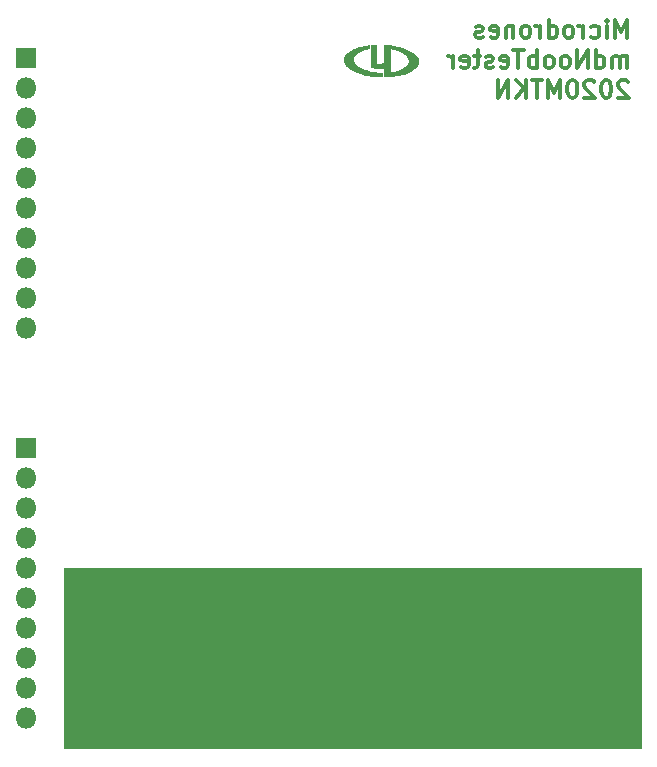
<source format=gbr>
%TF.GenerationSoftware,KiCad,Pcbnew,5.1.6-c6e7f7d~87~ubuntu20.04.1*%
%TF.CreationDate,2020-08-30T17:45:41-04:00*%
%TF.ProjectId,noob_tester,6e6f6f62-5f74-4657-9374-65722e6b6963,rev?*%
%TF.SameCoordinates,Original*%
%TF.FileFunction,Soldermask,Bot*%
%TF.FilePolarity,Negative*%
%FSLAX46Y46*%
G04 Gerber Fmt 4.6, Leading zero omitted, Abs format (unit mm)*
G04 Created by KiCad (PCBNEW 5.1.6-c6e7f7d~87~ubuntu20.04.1) date 2020-08-30 17:45:41*
%MOMM*%
%LPD*%
G01*
G04 APERTURE LIST*
%ADD10C,0.300000*%
%ADD11C,0.100000*%
%ADD12C,0.010000*%
%ADD13O,1.800000X1.800000*%
%ADD14R,1.800000X1.800000*%
G04 APERTURE END LIST*
D10*
X149942857Y-65565571D02*
X149942857Y-64065571D01*
X149442857Y-65137000D01*
X148942857Y-64065571D01*
X148942857Y-65565571D01*
X148228571Y-65565571D02*
X148228571Y-64565571D01*
X148228571Y-64065571D02*
X148300000Y-64137000D01*
X148228571Y-64208428D01*
X148157142Y-64137000D01*
X148228571Y-64065571D01*
X148228571Y-64208428D01*
X146871428Y-65494142D02*
X147014285Y-65565571D01*
X147300000Y-65565571D01*
X147442857Y-65494142D01*
X147514285Y-65422714D01*
X147585714Y-65279857D01*
X147585714Y-64851285D01*
X147514285Y-64708428D01*
X147442857Y-64637000D01*
X147300000Y-64565571D01*
X147014285Y-64565571D01*
X146871428Y-64637000D01*
X146228571Y-65565571D02*
X146228571Y-64565571D01*
X146228571Y-64851285D02*
X146157142Y-64708428D01*
X146085714Y-64637000D01*
X145942857Y-64565571D01*
X145800000Y-64565571D01*
X145085714Y-65565571D02*
X145228571Y-65494142D01*
X145300000Y-65422714D01*
X145371428Y-65279857D01*
X145371428Y-64851285D01*
X145300000Y-64708428D01*
X145228571Y-64637000D01*
X145085714Y-64565571D01*
X144871428Y-64565571D01*
X144728571Y-64637000D01*
X144657142Y-64708428D01*
X144585714Y-64851285D01*
X144585714Y-65279857D01*
X144657142Y-65422714D01*
X144728571Y-65494142D01*
X144871428Y-65565571D01*
X145085714Y-65565571D01*
X143300000Y-65565571D02*
X143300000Y-64065571D01*
X143300000Y-65494142D02*
X143442857Y-65565571D01*
X143728571Y-65565571D01*
X143871428Y-65494142D01*
X143942857Y-65422714D01*
X144014285Y-65279857D01*
X144014285Y-64851285D01*
X143942857Y-64708428D01*
X143871428Y-64637000D01*
X143728571Y-64565571D01*
X143442857Y-64565571D01*
X143300000Y-64637000D01*
X142585714Y-65565571D02*
X142585714Y-64565571D01*
X142585714Y-64851285D02*
X142514285Y-64708428D01*
X142442857Y-64637000D01*
X142300000Y-64565571D01*
X142157142Y-64565571D01*
X141442857Y-65565571D02*
X141585714Y-65494142D01*
X141657142Y-65422714D01*
X141728571Y-65279857D01*
X141728571Y-64851285D01*
X141657142Y-64708428D01*
X141585714Y-64637000D01*
X141442857Y-64565571D01*
X141228571Y-64565571D01*
X141085714Y-64637000D01*
X141014285Y-64708428D01*
X140942857Y-64851285D01*
X140942857Y-65279857D01*
X141014285Y-65422714D01*
X141085714Y-65494142D01*
X141228571Y-65565571D01*
X141442857Y-65565571D01*
X140300000Y-64565571D02*
X140300000Y-65565571D01*
X140300000Y-64708428D02*
X140228571Y-64637000D01*
X140085714Y-64565571D01*
X139871428Y-64565571D01*
X139728571Y-64637000D01*
X139657142Y-64779857D01*
X139657142Y-65565571D01*
X138371428Y-65494142D02*
X138514285Y-65565571D01*
X138800000Y-65565571D01*
X138942857Y-65494142D01*
X139014285Y-65351285D01*
X139014285Y-64779857D01*
X138942857Y-64637000D01*
X138800000Y-64565571D01*
X138514285Y-64565571D01*
X138371428Y-64637000D01*
X138300000Y-64779857D01*
X138300000Y-64922714D01*
X139014285Y-65065571D01*
X137728571Y-65494142D02*
X137585714Y-65565571D01*
X137300000Y-65565571D01*
X137157142Y-65494142D01*
X137085714Y-65351285D01*
X137085714Y-65279857D01*
X137157142Y-65137000D01*
X137300000Y-65065571D01*
X137514285Y-65065571D01*
X137657142Y-64994142D01*
X137728571Y-64851285D01*
X137728571Y-64779857D01*
X137657142Y-64637000D01*
X137514285Y-64565571D01*
X137300000Y-64565571D01*
X137157142Y-64637000D01*
X149942857Y-68115571D02*
X149942857Y-67115571D01*
X149942857Y-67258428D02*
X149871428Y-67187000D01*
X149728571Y-67115571D01*
X149514285Y-67115571D01*
X149371428Y-67187000D01*
X149300000Y-67329857D01*
X149300000Y-68115571D01*
X149300000Y-67329857D02*
X149228571Y-67187000D01*
X149085714Y-67115571D01*
X148871428Y-67115571D01*
X148728571Y-67187000D01*
X148657142Y-67329857D01*
X148657142Y-68115571D01*
X147300000Y-68115571D02*
X147300000Y-66615571D01*
X147300000Y-68044142D02*
X147442857Y-68115571D01*
X147728571Y-68115571D01*
X147871428Y-68044142D01*
X147942857Y-67972714D01*
X148014285Y-67829857D01*
X148014285Y-67401285D01*
X147942857Y-67258428D01*
X147871428Y-67187000D01*
X147728571Y-67115571D01*
X147442857Y-67115571D01*
X147300000Y-67187000D01*
X146585714Y-68115571D02*
X146585714Y-66615571D01*
X145728571Y-68115571D01*
X145728571Y-66615571D01*
X144800000Y-68115571D02*
X144942857Y-68044142D01*
X145014285Y-67972714D01*
X145085714Y-67829857D01*
X145085714Y-67401285D01*
X145014285Y-67258428D01*
X144942857Y-67187000D01*
X144800000Y-67115571D01*
X144585714Y-67115571D01*
X144442857Y-67187000D01*
X144371428Y-67258428D01*
X144300000Y-67401285D01*
X144300000Y-67829857D01*
X144371428Y-67972714D01*
X144442857Y-68044142D01*
X144585714Y-68115571D01*
X144800000Y-68115571D01*
X143442857Y-68115571D02*
X143585714Y-68044142D01*
X143657142Y-67972714D01*
X143728571Y-67829857D01*
X143728571Y-67401285D01*
X143657142Y-67258428D01*
X143585714Y-67187000D01*
X143442857Y-67115571D01*
X143228571Y-67115571D01*
X143085714Y-67187000D01*
X143014285Y-67258428D01*
X142942857Y-67401285D01*
X142942857Y-67829857D01*
X143014285Y-67972714D01*
X143085714Y-68044142D01*
X143228571Y-68115571D01*
X143442857Y-68115571D01*
X142300000Y-68115571D02*
X142300000Y-66615571D01*
X142300000Y-67187000D02*
X142157142Y-67115571D01*
X141871428Y-67115571D01*
X141728571Y-67187000D01*
X141657142Y-67258428D01*
X141585714Y-67401285D01*
X141585714Y-67829857D01*
X141657142Y-67972714D01*
X141728571Y-68044142D01*
X141871428Y-68115571D01*
X142157142Y-68115571D01*
X142300000Y-68044142D01*
X141157142Y-66615571D02*
X140300000Y-66615571D01*
X140728571Y-68115571D02*
X140728571Y-66615571D01*
X139228571Y-68044142D02*
X139371428Y-68115571D01*
X139657142Y-68115571D01*
X139800000Y-68044142D01*
X139871428Y-67901285D01*
X139871428Y-67329857D01*
X139800000Y-67187000D01*
X139657142Y-67115571D01*
X139371428Y-67115571D01*
X139228571Y-67187000D01*
X139157142Y-67329857D01*
X139157142Y-67472714D01*
X139871428Y-67615571D01*
X138585714Y-68044142D02*
X138442857Y-68115571D01*
X138157142Y-68115571D01*
X138014285Y-68044142D01*
X137942857Y-67901285D01*
X137942857Y-67829857D01*
X138014285Y-67687000D01*
X138157142Y-67615571D01*
X138371428Y-67615571D01*
X138514285Y-67544142D01*
X138585714Y-67401285D01*
X138585714Y-67329857D01*
X138514285Y-67187000D01*
X138371428Y-67115571D01*
X138157142Y-67115571D01*
X138014285Y-67187000D01*
X137514285Y-67115571D02*
X136942857Y-67115571D01*
X137300000Y-66615571D02*
X137300000Y-67901285D01*
X137228571Y-68044142D01*
X137085714Y-68115571D01*
X136942857Y-68115571D01*
X135871428Y-68044142D02*
X136014285Y-68115571D01*
X136300000Y-68115571D01*
X136442857Y-68044142D01*
X136514285Y-67901285D01*
X136514285Y-67329857D01*
X136442857Y-67187000D01*
X136300000Y-67115571D01*
X136014285Y-67115571D01*
X135871428Y-67187000D01*
X135800000Y-67329857D01*
X135800000Y-67472714D01*
X136514285Y-67615571D01*
X135157142Y-68115571D02*
X135157142Y-67115571D01*
X135157142Y-67401285D02*
X135085714Y-67258428D01*
X135014285Y-67187000D01*
X134871428Y-67115571D01*
X134728571Y-67115571D01*
X150014285Y-69308428D02*
X149942857Y-69237000D01*
X149800000Y-69165571D01*
X149442857Y-69165571D01*
X149300000Y-69237000D01*
X149228571Y-69308428D01*
X149157142Y-69451285D01*
X149157142Y-69594142D01*
X149228571Y-69808428D01*
X150085714Y-70665571D01*
X149157142Y-70665571D01*
X148228571Y-69165571D02*
X148085714Y-69165571D01*
X147942857Y-69237000D01*
X147871428Y-69308428D01*
X147800000Y-69451285D01*
X147728571Y-69737000D01*
X147728571Y-70094142D01*
X147800000Y-70379857D01*
X147871428Y-70522714D01*
X147942857Y-70594142D01*
X148085714Y-70665571D01*
X148228571Y-70665571D01*
X148371428Y-70594142D01*
X148442857Y-70522714D01*
X148514285Y-70379857D01*
X148585714Y-70094142D01*
X148585714Y-69737000D01*
X148514285Y-69451285D01*
X148442857Y-69308428D01*
X148371428Y-69237000D01*
X148228571Y-69165571D01*
X147157142Y-69308428D02*
X147085714Y-69237000D01*
X146942857Y-69165571D01*
X146585714Y-69165571D01*
X146442857Y-69237000D01*
X146371428Y-69308428D01*
X146300000Y-69451285D01*
X146300000Y-69594142D01*
X146371428Y-69808428D01*
X147228571Y-70665571D01*
X146300000Y-70665571D01*
X145371428Y-69165571D02*
X145228571Y-69165571D01*
X145085714Y-69237000D01*
X145014285Y-69308428D01*
X144942857Y-69451285D01*
X144871428Y-69737000D01*
X144871428Y-70094142D01*
X144942857Y-70379857D01*
X145014285Y-70522714D01*
X145085714Y-70594142D01*
X145228571Y-70665571D01*
X145371428Y-70665571D01*
X145514285Y-70594142D01*
X145585714Y-70522714D01*
X145657142Y-70379857D01*
X145728571Y-70094142D01*
X145728571Y-69737000D01*
X145657142Y-69451285D01*
X145585714Y-69308428D01*
X145514285Y-69237000D01*
X145371428Y-69165571D01*
X144228571Y-70665571D02*
X144228571Y-69165571D01*
X143728571Y-70237000D01*
X143228571Y-69165571D01*
X143228571Y-70665571D01*
X142728571Y-69165571D02*
X141871428Y-69165571D01*
X142300000Y-70665571D02*
X142300000Y-69165571D01*
X141371428Y-70665571D02*
X141371428Y-69165571D01*
X140514285Y-70665571D02*
X141157142Y-69808428D01*
X140514285Y-69165571D02*
X141371428Y-70022714D01*
X139871428Y-70665571D02*
X139871428Y-69165571D01*
X139014285Y-70665571D01*
X139014285Y-69165571D01*
D11*
G36*
X151130000Y-125730000D02*
G01*
X102235000Y-125730000D01*
X102235000Y-110490000D01*
X151130000Y-110490000D01*
X151130000Y-125730000D01*
G37*
X151130000Y-125730000D02*
X102235000Y-125730000D01*
X102235000Y-110490000D01*
X151130000Y-110490000D01*
X151130000Y-125730000D01*
D12*
%TO.C,G\u002A\u002A\u002A*%
G36*
X128039193Y-66233147D02*
G01*
X128014810Y-66234947D01*
X127974425Y-66239820D01*
X127922016Y-66247153D01*
X127861564Y-66256329D01*
X127797048Y-66266732D01*
X127732448Y-66277748D01*
X127671744Y-66288762D01*
X127640080Y-66294868D01*
X127420436Y-66343115D01*
X127213458Y-66398131D01*
X127019731Y-66459524D01*
X126839838Y-66526901D01*
X126674364Y-66599871D01*
X126523892Y-66678042D01*
X126389008Y-66761023D01*
X126270293Y-66848420D01*
X126168334Y-66939843D01*
X126083713Y-67034900D01*
X126017016Y-67133198D01*
X125968824Y-67234346D01*
X125939724Y-67337952D01*
X125930292Y-67442080D01*
X125938682Y-67544853D01*
X125963884Y-67643742D01*
X126006882Y-67741563D01*
X126068658Y-67841134D01*
X126070366Y-67843550D01*
X126104151Y-67885888D01*
X126150320Y-67936304D01*
X126204824Y-67990929D01*
X126263611Y-68045891D01*
X126322629Y-68097322D01*
X126377829Y-68141350D01*
X126396102Y-68154726D01*
X126545590Y-68251533D01*
X126713276Y-68342792D01*
X126897684Y-68428045D01*
X127097339Y-68506834D01*
X127310765Y-68578701D01*
X127536489Y-68643188D01*
X127773034Y-68699838D01*
X128018926Y-68748193D01*
X128272690Y-68787795D01*
X128532850Y-68818186D01*
X128534160Y-68818313D01*
X128597435Y-68823967D01*
X128671751Y-68829790D01*
X128752899Y-68835529D01*
X128836672Y-68840930D01*
X128918861Y-68845741D01*
X128995259Y-68849707D01*
X129061657Y-68852576D01*
X129113847Y-68854093D01*
X129131060Y-68854267D01*
X129184400Y-68854320D01*
X129184400Y-68562693D01*
X129029460Y-68555673D01*
X128805378Y-68540796D01*
X128587585Y-68517011D01*
X128377030Y-68484742D01*
X128174663Y-68444416D01*
X127981431Y-68396458D01*
X127798282Y-68341293D01*
X127626166Y-68279346D01*
X127466030Y-68211045D01*
X127318824Y-68136813D01*
X127185496Y-68057076D01*
X127066994Y-67972260D01*
X126964266Y-67882791D01*
X126878262Y-67789093D01*
X126809929Y-67691593D01*
X126760216Y-67590716D01*
X126739638Y-67528440D01*
X126733057Y-67493283D01*
X126728243Y-67446955D01*
X126726098Y-67398586D01*
X126726063Y-67391280D01*
X126733640Y-67300196D01*
X126756785Y-67214159D01*
X126796590Y-67130878D01*
X126854143Y-67048065D01*
X126928928Y-66965042D01*
X127034262Y-66872002D01*
X127158156Y-66785700D01*
X127299881Y-66706477D01*
X127458710Y-66634676D01*
X127633915Y-66570637D01*
X127824769Y-66514702D01*
X127955040Y-66483260D01*
X128061720Y-66459505D01*
X128064593Y-66346272D01*
X128067466Y-66233040D01*
X128039193Y-66233147D01*
G37*
X128039193Y-66233147D02*
X128014810Y-66234947D01*
X127974425Y-66239820D01*
X127922016Y-66247153D01*
X127861564Y-66256329D01*
X127797048Y-66266732D01*
X127732448Y-66277748D01*
X127671744Y-66288762D01*
X127640080Y-66294868D01*
X127420436Y-66343115D01*
X127213458Y-66398131D01*
X127019731Y-66459524D01*
X126839838Y-66526901D01*
X126674364Y-66599871D01*
X126523892Y-66678042D01*
X126389008Y-66761023D01*
X126270293Y-66848420D01*
X126168334Y-66939843D01*
X126083713Y-67034900D01*
X126017016Y-67133198D01*
X125968824Y-67234346D01*
X125939724Y-67337952D01*
X125930292Y-67442080D01*
X125938682Y-67544853D01*
X125963884Y-67643742D01*
X126006882Y-67741563D01*
X126068658Y-67841134D01*
X126070366Y-67843550D01*
X126104151Y-67885888D01*
X126150320Y-67936304D01*
X126204824Y-67990929D01*
X126263611Y-68045891D01*
X126322629Y-68097322D01*
X126377829Y-68141350D01*
X126396102Y-68154726D01*
X126545590Y-68251533D01*
X126713276Y-68342792D01*
X126897684Y-68428045D01*
X127097339Y-68506834D01*
X127310765Y-68578701D01*
X127536489Y-68643188D01*
X127773034Y-68699838D01*
X128018926Y-68748193D01*
X128272690Y-68787795D01*
X128532850Y-68818186D01*
X128534160Y-68818313D01*
X128597435Y-68823967D01*
X128671751Y-68829790D01*
X128752899Y-68835529D01*
X128836672Y-68840930D01*
X128918861Y-68845741D01*
X128995259Y-68849707D01*
X129061657Y-68852576D01*
X129113847Y-68854093D01*
X129131060Y-68854267D01*
X129184400Y-68854320D01*
X129184400Y-68562693D01*
X129029460Y-68555673D01*
X128805378Y-68540796D01*
X128587585Y-68517011D01*
X128377030Y-68484742D01*
X128174663Y-68444416D01*
X127981431Y-68396458D01*
X127798282Y-68341293D01*
X127626166Y-68279346D01*
X127466030Y-68211045D01*
X127318824Y-68136813D01*
X127185496Y-68057076D01*
X127066994Y-67972260D01*
X126964266Y-67882791D01*
X126878262Y-67789093D01*
X126809929Y-67691593D01*
X126760216Y-67590716D01*
X126739638Y-67528440D01*
X126733057Y-67493283D01*
X126728243Y-67446955D01*
X126726098Y-67398586D01*
X126726063Y-67391280D01*
X126733640Y-67300196D01*
X126756785Y-67214159D01*
X126796590Y-67130878D01*
X126854143Y-67048065D01*
X126928928Y-66965042D01*
X127034262Y-66872002D01*
X127158156Y-66785700D01*
X127299881Y-66706477D01*
X127458710Y-66634676D01*
X127633915Y-66570637D01*
X127824769Y-66514702D01*
X127955040Y-66483260D01*
X128061720Y-66459505D01*
X128064593Y-66346272D01*
X128067466Y-66233040D01*
X128039193Y-66233147D01*
G36*
X128536637Y-66187072D02*
G01*
X128475631Y-66190377D01*
X128414457Y-66194008D01*
X128359502Y-66197567D01*
X128317155Y-66200653D01*
X128310640Y-66201189D01*
X128234440Y-66207640D01*
X128231647Y-67101720D01*
X128231294Y-67235214D01*
X128231082Y-67363204D01*
X128231004Y-67484189D01*
X128231058Y-67596667D01*
X128231236Y-67699136D01*
X128231536Y-67790096D01*
X128231952Y-67868044D01*
X128232479Y-67931479D01*
X128233113Y-67978901D01*
X128233849Y-68008806D01*
X128234566Y-68019398D01*
X128247061Y-68039239D01*
X128275346Y-68057611D01*
X128320690Y-68075053D01*
X128384362Y-68092103D01*
X128428889Y-68101760D01*
X128596858Y-68129627D01*
X128774414Y-68147404D01*
X128953048Y-68154242D01*
X128955933Y-68154259D01*
X129043365Y-68153280D01*
X129114684Y-68148880D01*
X129173916Y-68140329D01*
X129225088Y-68126904D01*
X129272227Y-68107876D01*
X129303780Y-68091508D01*
X129357120Y-68061666D01*
X129357120Y-68854320D01*
X129435860Y-68852814D01*
X129476739Y-68851624D01*
X129531042Y-68849473D01*
X129591912Y-68846658D01*
X129652491Y-68843477D01*
X129656840Y-68843231D01*
X129905188Y-68824752D01*
X130145391Y-68798175D01*
X130376668Y-68763839D01*
X130598240Y-68722082D01*
X130809327Y-68673243D01*
X131009147Y-68617659D01*
X131196922Y-68555669D01*
X131371872Y-68487610D01*
X131533215Y-68413821D01*
X131680171Y-68334641D01*
X131811961Y-68250407D01*
X131927805Y-68161457D01*
X132026922Y-68068130D01*
X132108532Y-67970763D01*
X132171854Y-67869695D01*
X132216110Y-67765265D01*
X132226595Y-67729361D01*
X132237930Y-67663485D01*
X132241913Y-67587867D01*
X132239557Y-67534511D01*
X131438909Y-67534511D01*
X131434832Y-67607802D01*
X131423862Y-67676581D01*
X131411382Y-67720354D01*
X131365610Y-67817420D01*
X131300428Y-67910771D01*
X131216482Y-67999967D01*
X131114415Y-68084569D01*
X130994874Y-68164137D01*
X130858503Y-68238230D01*
X130705947Y-68306409D01*
X130537851Y-68368235D01*
X130398520Y-68411152D01*
X130330449Y-68429356D01*
X130254429Y-68447744D01*
X130174448Y-68465529D01*
X130094497Y-68481926D01*
X130018564Y-68496147D01*
X129950638Y-68507406D01*
X129894710Y-68514916D01*
X129857500Y-68517833D01*
X129814320Y-68519040D01*
X129814320Y-67492880D01*
X129814354Y-67323050D01*
X129814464Y-67172448D01*
X129814665Y-67039981D01*
X129814974Y-66924556D01*
X129815404Y-66825082D01*
X129815970Y-66740465D01*
X129816689Y-66669613D01*
X129817574Y-66611434D01*
X129818642Y-66564835D01*
X129819906Y-66528724D01*
X129821382Y-66502009D01*
X129823085Y-66483596D01*
X129825030Y-66472393D01*
X129827233Y-66467309D01*
X129828442Y-66466720D01*
X129857999Y-66469600D01*
X129903590Y-66477685D01*
X129961848Y-66490136D01*
X130029405Y-66506119D01*
X130102894Y-66524796D01*
X130178948Y-66545331D01*
X130254199Y-66566888D01*
X130325280Y-66588629D01*
X130345787Y-66595225D01*
X130529200Y-66660590D01*
X130697900Y-66732137D01*
X130851231Y-66809373D01*
X130988538Y-66891808D01*
X131109166Y-66978948D01*
X131212458Y-67070302D01*
X131297760Y-67165378D01*
X131364415Y-67263684D01*
X131411770Y-67364727D01*
X131425038Y-67405372D01*
X131435756Y-67464453D01*
X131438909Y-67534511D01*
X132239557Y-67534511D01*
X132238550Y-67511707D01*
X132227846Y-67444205D01*
X132226419Y-67438466D01*
X132188623Y-67331871D01*
X132131340Y-67227368D01*
X132055333Y-67125373D01*
X131961366Y-67026306D01*
X131850201Y-66930584D01*
X131722603Y-66838623D01*
X131579335Y-66750843D01*
X131421161Y-66667661D01*
X131248843Y-66589495D01*
X131063146Y-66516762D01*
X130864832Y-66449880D01*
X130654666Y-66389267D01*
X130433411Y-66335341D01*
X130201830Y-66288519D01*
X130089029Y-66268986D01*
X129995212Y-66254632D01*
X129889739Y-66240245D01*
X129778864Y-66226559D01*
X129668837Y-66214304D01*
X129565909Y-66204214D01*
X129476332Y-66197019D01*
X129471420Y-66196689D01*
X129367280Y-66189782D01*
X129367280Y-66840831D01*
X129367225Y-66979343D01*
X129367004Y-67099103D01*
X129366536Y-67201678D01*
X129365741Y-67288634D01*
X129364538Y-67361539D01*
X129362844Y-67421961D01*
X129360579Y-67471466D01*
X129357662Y-67511622D01*
X129354012Y-67543995D01*
X129349548Y-67570153D01*
X129344188Y-67591664D01*
X129337851Y-67610094D01*
X129330456Y-67627011D01*
X129326124Y-67635813D01*
X129292858Y-67682820D01*
X129245566Y-67724805D01*
X129190542Y-67756521D01*
X129173083Y-67763384D01*
X129147206Y-67771150D01*
X129119190Y-67776401D01*
X129084694Y-67779498D01*
X129039376Y-67780797D01*
X128978892Y-67780659D01*
X128965960Y-67780508D01*
X128906379Y-67778891D01*
X128848486Y-67775793D01*
X128797935Y-67771618D01*
X128760380Y-67766770D01*
X128752600Y-67765268D01*
X128691640Y-67751960D01*
X128686434Y-66179406D01*
X128536637Y-66187072D01*
G37*
X128536637Y-66187072D02*
X128475631Y-66190377D01*
X128414457Y-66194008D01*
X128359502Y-66197567D01*
X128317155Y-66200653D01*
X128310640Y-66201189D01*
X128234440Y-66207640D01*
X128231647Y-67101720D01*
X128231294Y-67235214D01*
X128231082Y-67363204D01*
X128231004Y-67484189D01*
X128231058Y-67596667D01*
X128231236Y-67699136D01*
X128231536Y-67790096D01*
X128231952Y-67868044D01*
X128232479Y-67931479D01*
X128233113Y-67978901D01*
X128233849Y-68008806D01*
X128234566Y-68019398D01*
X128247061Y-68039239D01*
X128275346Y-68057611D01*
X128320690Y-68075053D01*
X128384362Y-68092103D01*
X128428889Y-68101760D01*
X128596858Y-68129627D01*
X128774414Y-68147404D01*
X128953048Y-68154242D01*
X128955933Y-68154259D01*
X129043365Y-68153280D01*
X129114684Y-68148880D01*
X129173916Y-68140329D01*
X129225088Y-68126904D01*
X129272227Y-68107876D01*
X129303780Y-68091508D01*
X129357120Y-68061666D01*
X129357120Y-68854320D01*
X129435860Y-68852814D01*
X129476739Y-68851624D01*
X129531042Y-68849473D01*
X129591912Y-68846658D01*
X129652491Y-68843477D01*
X129656840Y-68843231D01*
X129905188Y-68824752D01*
X130145391Y-68798175D01*
X130376668Y-68763839D01*
X130598240Y-68722082D01*
X130809327Y-68673243D01*
X131009147Y-68617659D01*
X131196922Y-68555669D01*
X131371872Y-68487610D01*
X131533215Y-68413821D01*
X131680171Y-68334641D01*
X131811961Y-68250407D01*
X131927805Y-68161457D01*
X132026922Y-68068130D01*
X132108532Y-67970763D01*
X132171854Y-67869695D01*
X132216110Y-67765265D01*
X132226595Y-67729361D01*
X132237930Y-67663485D01*
X132241913Y-67587867D01*
X132239557Y-67534511D01*
X131438909Y-67534511D01*
X131434832Y-67607802D01*
X131423862Y-67676581D01*
X131411382Y-67720354D01*
X131365610Y-67817420D01*
X131300428Y-67910771D01*
X131216482Y-67999967D01*
X131114415Y-68084569D01*
X130994874Y-68164137D01*
X130858503Y-68238230D01*
X130705947Y-68306409D01*
X130537851Y-68368235D01*
X130398520Y-68411152D01*
X130330449Y-68429356D01*
X130254429Y-68447744D01*
X130174448Y-68465529D01*
X130094497Y-68481926D01*
X130018564Y-68496147D01*
X129950638Y-68507406D01*
X129894710Y-68514916D01*
X129857500Y-68517833D01*
X129814320Y-68519040D01*
X129814320Y-67492880D01*
X129814354Y-67323050D01*
X129814464Y-67172448D01*
X129814665Y-67039981D01*
X129814974Y-66924556D01*
X129815404Y-66825082D01*
X129815970Y-66740465D01*
X129816689Y-66669613D01*
X129817574Y-66611434D01*
X129818642Y-66564835D01*
X129819906Y-66528724D01*
X129821382Y-66502009D01*
X129823085Y-66483596D01*
X129825030Y-66472393D01*
X129827233Y-66467309D01*
X129828442Y-66466720D01*
X129857999Y-66469600D01*
X129903590Y-66477685D01*
X129961848Y-66490136D01*
X130029405Y-66506119D01*
X130102894Y-66524796D01*
X130178948Y-66545331D01*
X130254199Y-66566888D01*
X130325280Y-66588629D01*
X130345787Y-66595225D01*
X130529200Y-66660590D01*
X130697900Y-66732137D01*
X130851231Y-66809373D01*
X130988538Y-66891808D01*
X131109166Y-66978948D01*
X131212458Y-67070302D01*
X131297760Y-67165378D01*
X131364415Y-67263684D01*
X131411770Y-67364727D01*
X131425038Y-67405372D01*
X131435756Y-67464453D01*
X131438909Y-67534511D01*
X132239557Y-67534511D01*
X132238550Y-67511707D01*
X132227846Y-67444205D01*
X132226419Y-67438466D01*
X132188623Y-67331871D01*
X132131340Y-67227368D01*
X132055333Y-67125373D01*
X131961366Y-67026306D01*
X131850201Y-66930584D01*
X131722603Y-66838623D01*
X131579335Y-66750843D01*
X131421161Y-66667661D01*
X131248843Y-66589495D01*
X131063146Y-66516762D01*
X130864832Y-66449880D01*
X130654666Y-66389267D01*
X130433411Y-66335341D01*
X130201830Y-66288519D01*
X130089029Y-66268986D01*
X129995212Y-66254632D01*
X129889739Y-66240245D01*
X129778864Y-66226559D01*
X129668837Y-66214304D01*
X129565909Y-66204214D01*
X129476332Y-66197019D01*
X129471420Y-66196689D01*
X129367280Y-66189782D01*
X129367280Y-66840831D01*
X129367225Y-66979343D01*
X129367004Y-67099103D01*
X129366536Y-67201678D01*
X129365741Y-67288634D01*
X129364538Y-67361539D01*
X129362844Y-67421961D01*
X129360579Y-67471466D01*
X129357662Y-67511622D01*
X129354012Y-67543995D01*
X129349548Y-67570153D01*
X129344188Y-67591664D01*
X129337851Y-67610094D01*
X129330456Y-67627011D01*
X129326124Y-67635813D01*
X129292858Y-67682820D01*
X129245566Y-67724805D01*
X129190542Y-67756521D01*
X129173083Y-67763384D01*
X129147206Y-67771150D01*
X129119190Y-67776401D01*
X129084694Y-67779498D01*
X129039376Y-67780797D01*
X128978892Y-67780659D01*
X128965960Y-67780508D01*
X128906379Y-67778891D01*
X128848486Y-67775793D01*
X128797935Y-67771618D01*
X128760380Y-67766770D01*
X128752600Y-67765268D01*
X128691640Y-67751960D01*
X128686434Y-66179406D01*
X128536637Y-66187072D01*
%TD*%
D13*
%TO.C,J1*%
X99060000Y-90170000D03*
X99060000Y-87630000D03*
X99060000Y-85090000D03*
X99060000Y-82550000D03*
X99060000Y-80010000D03*
X99060000Y-77470000D03*
X99060000Y-74930000D03*
X99060000Y-72390000D03*
X99060000Y-69850000D03*
D14*
X99060000Y-67310000D03*
%TD*%
%TO.C,J2*%
X99060000Y-100330000D03*
D13*
X99060000Y-102870000D03*
X99060000Y-105410000D03*
X99060000Y-107950000D03*
X99060000Y-110490000D03*
X99060000Y-113030000D03*
X99060000Y-115570000D03*
X99060000Y-118110000D03*
X99060000Y-120650000D03*
X99060000Y-123190000D03*
%TD*%
M02*

</source>
